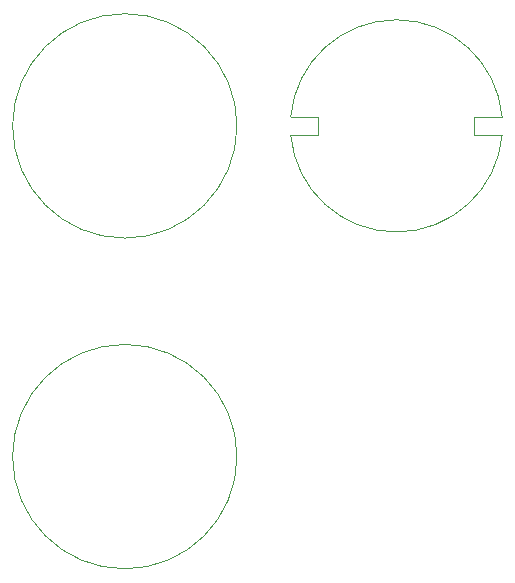
<source format=gbr>
G04 #@! TF.FileFunction,Profile,NP*
%FSLAX46Y46*%
G04 Gerber Fmt 4.6, Leading zero omitted, Abs format (unit mm)*
G04 Created by KiCad (PCBNEW 4.0.5+dfsg1-4) date Tue Mar 12 13:04:03 2019*
%MOMM*%
%LPD*%
G01*
G04 APERTURE LIST*
%ADD10C,0.100000*%
%ADD11C,0.050000*%
G04 APERTURE END LIST*
D10*
D11*
X37500000Y-56000000D02*
G75*
G03X37500000Y-56000000I-9500000J0D01*
G01*
X37500000Y-28000000D02*
G75*
G03X37500000Y-28000000I-9500000J0D01*
G01*
D10*
X44400000Y-27225000D02*
X44375000Y-27225000D01*
X44400000Y-28775000D02*
X44400000Y-27225000D01*
X44400000Y-28775000D02*
X42050000Y-28775000D01*
X44400000Y-27225000D02*
X42050000Y-27225000D01*
X57600000Y-27225000D02*
X57600000Y-28775000D01*
X57600000Y-27225000D02*
X59950000Y-27225000D01*
X57600000Y-28775000D02*
X59950000Y-28775000D01*
X59948607Y-27209075D02*
G75*
G03X42050000Y-27225000I-8948607J-790925D01*
G01*
X42051393Y-28790925D02*
G75*
G03X59950000Y-28775000I8948607J790925D01*
G01*
M02*

</source>
